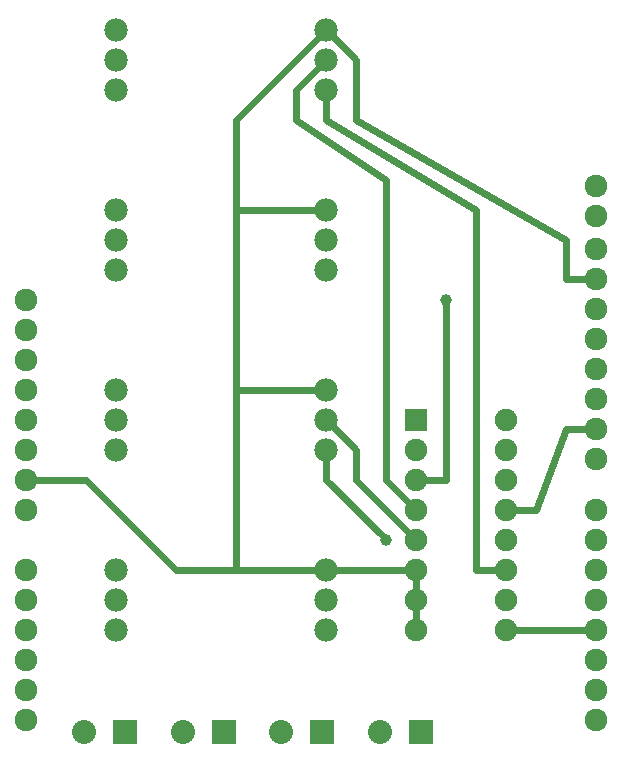
<source format=gbl>
G04 MADE WITH FRITZING*
G04 WWW.FRITZING.ORG*
G04 DOUBLE SIDED*
G04 HOLES PLATED*
G04 CONTOUR ON CENTER OF CONTOUR VECTOR*
%ASAXBY*%
%FSLAX23Y23*%
%MOIN*%
%OFA0B0*%
%SFA1.0B1.0*%
%ADD10C,0.075833*%
%ADD11C,0.075000*%
%ADD12C,0.078000*%
%ADD13C,0.080000*%
%ADD14C,0.039370*%
%ADD15R,0.075000X0.075000*%
%ADD16R,0.080000X0.080000*%
%ADD17C,0.024000*%
%LNCOPPER0*%
G90*
G70*
G54D10*
X1994Y1987D03*
X1994Y1887D03*
X1994Y1780D03*
X1994Y1680D03*
X1994Y1580D03*
X1994Y1480D03*
X1994Y1380D03*
X1994Y1280D03*
X1994Y1180D03*
X1994Y1080D03*
X1994Y910D03*
X1994Y810D03*
X1994Y710D03*
X1994Y610D03*
X1994Y510D03*
X1994Y410D03*
X1994Y310D03*
X1994Y210D03*
X94Y1610D03*
X94Y1510D03*
X94Y1410D03*
X94Y1310D03*
X94Y1210D03*
X94Y1110D03*
X94Y1010D03*
X94Y910D03*
X94Y710D03*
X94Y610D03*
X94Y510D03*
X94Y410D03*
X94Y310D03*
X94Y210D03*
G54D11*
X1394Y1210D03*
X1694Y1210D03*
X1394Y1110D03*
X1694Y1110D03*
X1394Y1010D03*
X1694Y1010D03*
X1394Y910D03*
X1694Y910D03*
X1394Y810D03*
X1694Y810D03*
X1394Y710D03*
X1694Y710D03*
X1394Y610D03*
X1694Y610D03*
X1394Y510D03*
X1694Y510D03*
G54D12*
X394Y2310D03*
X394Y2410D03*
X394Y2510D03*
X1094Y2310D03*
X1094Y2410D03*
X1094Y2510D03*
X394Y1710D03*
X394Y1810D03*
X394Y1910D03*
X1094Y1710D03*
X1094Y1810D03*
X1094Y1910D03*
X394Y1110D03*
X394Y1210D03*
X394Y1310D03*
X1094Y1110D03*
X1094Y1210D03*
X1094Y1310D03*
X394Y510D03*
X394Y610D03*
X394Y710D03*
X1094Y510D03*
X1094Y610D03*
X1094Y710D03*
G54D13*
X1411Y169D03*
X1273Y169D03*
X1081Y169D03*
X943Y169D03*
X753Y169D03*
X615Y169D03*
X424Y169D03*
X286Y169D03*
G54D14*
X1494Y1610D03*
X1294Y810D03*
G54D15*
X1394Y1210D03*
G54D16*
X1411Y169D03*
X1081Y169D03*
X753Y169D03*
X424Y169D03*
G54D17*
X1394Y539D02*
X1394Y581D01*
D02*
X1394Y639D02*
X1394Y681D01*
D02*
X794Y710D02*
X1064Y710D01*
D02*
X794Y1310D02*
X794Y710D01*
D02*
X1064Y1310D02*
X794Y1310D01*
D02*
X794Y1310D02*
X794Y1910D01*
D02*
X794Y1910D02*
X1064Y1910D01*
D02*
X1064Y1310D02*
X794Y1310D01*
D02*
X1894Y1810D02*
X1194Y2210D01*
D02*
X1894Y1680D02*
X1894Y1810D01*
D02*
X1194Y2210D02*
X1194Y2410D01*
D02*
X1194Y2410D02*
X1115Y2489D01*
D02*
X1966Y1680D02*
X1894Y1680D01*
D02*
X994Y2310D02*
X1073Y2389D01*
D02*
X1294Y1010D02*
X1294Y2010D01*
D02*
X1294Y2010D02*
X994Y2210D01*
D02*
X994Y2210D02*
X994Y2310D01*
D02*
X1374Y930D02*
X1294Y1010D01*
D02*
X794Y1910D02*
X794Y2210D01*
D02*
X794Y2210D02*
X1073Y2489D01*
D02*
X1064Y1910D02*
X794Y1910D01*
D02*
X1094Y2210D02*
X1094Y2280D01*
D02*
X1594Y710D02*
X1594Y1910D01*
D02*
X1594Y1910D02*
X1094Y2210D01*
D02*
X1665Y710D02*
X1594Y710D01*
D02*
X1194Y1010D02*
X1194Y1110D01*
D02*
X1374Y830D02*
X1194Y1010D01*
D02*
X1194Y1110D02*
X1115Y1189D01*
D02*
X1966Y510D02*
X1723Y510D01*
D02*
X1365Y710D02*
X1124Y710D01*
D02*
X1794Y910D02*
X1723Y910D01*
D02*
X1894Y1180D02*
X1794Y910D01*
D02*
X1966Y1180D02*
X1894Y1180D01*
D02*
X1494Y1591D02*
X1494Y1010D01*
D02*
X1494Y1010D02*
X1423Y1010D01*
D02*
X594Y710D02*
X294Y1010D01*
D02*
X294Y1010D02*
X122Y1010D01*
D02*
X794Y710D02*
X594Y710D01*
D02*
X1281Y824D02*
X1094Y1010D01*
D02*
X1094Y1010D02*
X1094Y1080D01*
G04 End of Copper0*
M02*
</source>
